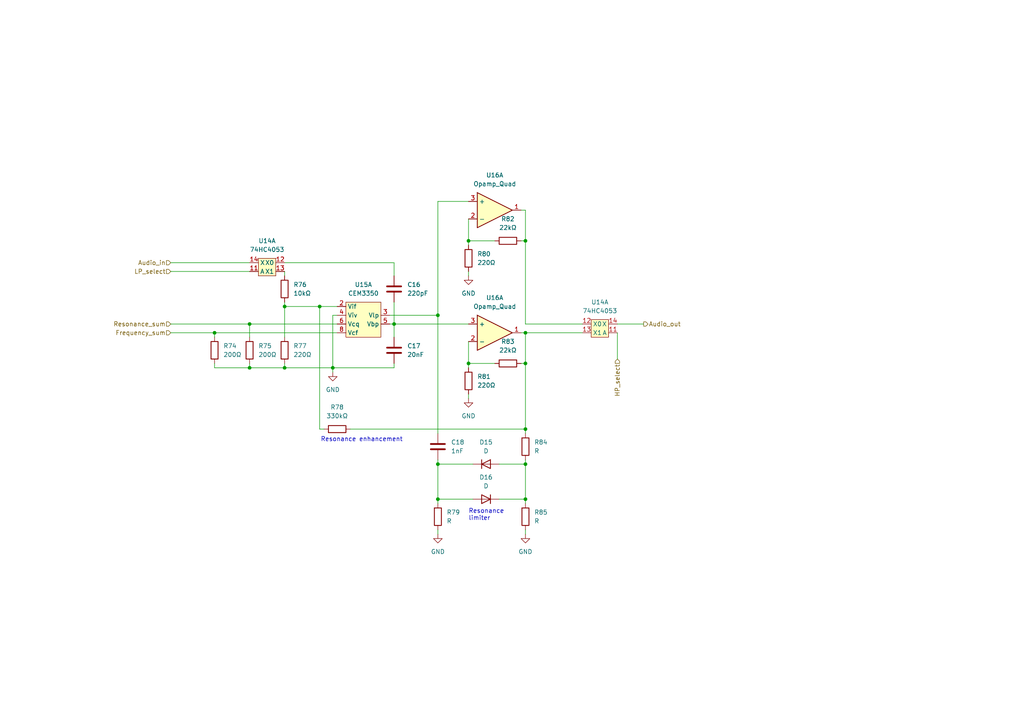
<source format=kicad_sch>
(kicad_sch (version 20210621) (generator eeschema)
  (paper "A4")
  (lib_symbols
    (symbol "Device:C" (pin_numbers hide) (pin_names (offset 0.254))
      (property "Reference" "C" (at 0.635 2.54 0))
      (property "Value" "C" (at 0.635 -2.54 0))
      (symbol "C_0_1"
        (polyline (pts (xy -2.032 -0.762) (xy 2.032 -0.762)) (stroke (width 0.508)))
        (polyline (pts (xy -2.032 0.762) (xy 2.032 0.762)) (stroke (width 0.508)))
      )
      (symbol "C_1_1"
        (pin passive line (at 0 3.81 270) (length 2.794) (name "~") (number "1"))
        (pin passive line (at 0 -3.81 90) (length 2.794) (name "~") (number "2"))
      )
    )
    (symbol "Device:D" (pin_numbers hide) (pin_names (offset 1.016) hide)
      (property "Reference" "D" (at 0 2.54 0))
      (property "Value" "D" (at 0 -2.54 0))
      (symbol "D_0_1"
        (polyline (pts (xy -1.27 1.27) (xy -1.27 -1.27)) (stroke (width 0.254)))
        (polyline (pts (xy 1.27 0) (xy -1.27 0)))
        (polyline (pts (xy 1.27 1.27) (xy 1.27 -1.27) (xy -1.27 0) (xy 1.27 1.27)) (stroke (width 0.254)))
      )
      (symbol "D_1_1"
        (pin passive line (at -3.81 0 0) (length 2.54) (name "K") (number "1"))
        (pin passive line (at 3.81 0 180) (length 2.54) (name "A") (number "2"))
      )
    )
    (symbol "Device:Opamp_Quad"
      (property "Reference" "U" (at 0 5.08 0))
      (property "Value" "Opamp_Quad" (at 0 -5.08 0))
      (symbol "Opamp_Quad_1_1"
        (polyline (pts (xy -5.08 5.08) (xy 5.08 0) (xy -5.08 -5.08) (xy -5.08 5.08)) (stroke (width 0.254)) (fill (type background)))
        (pin output line (at 7.62 0 180) (length 2.54) (name "~") (number "1"))
        (pin input line (at -7.62 -2.54 0) (length 2.54) (name "-") (number "2"))
        (pin input line (at -7.62 2.54 0) (length 2.54) (name "+") (number "3"))
      )
      (symbol "Opamp_Quad_2_1"
        (polyline (pts (xy -5.08 5.08) (xy 5.08 0) (xy -5.08 -5.08) (xy -5.08 5.08)) (stroke (width 0.254)) (fill (type background)))
        (pin input line (at -7.62 2.54 0) (length 2.54) (name "+") (number "5"))
        (pin input line (at -7.62 -2.54 0) (length 2.54) (name "-") (number "6"))
        (pin output line (at 7.62 0 180) (length 2.54) (name "~") (number "7"))
      )
      (symbol "Opamp_Quad_3_1"
        (polyline (pts (xy -5.08 5.08) (xy 5.08 0) (xy -5.08 -5.08) (xy -5.08 5.08)) (stroke (width 0.254)) (fill (type background)))
        (pin input line (at -7.62 2.54 0) (length 2.54) (name "+") (number "10"))
        (pin output line (at 7.62 0 180) (length 2.54) (name "~") (number "8"))
        (pin input line (at -7.62 -2.54 0) (length 2.54) (name "-") (number "9"))
      )
      (symbol "Opamp_Quad_4_1"
        (polyline (pts (xy -5.08 5.08) (xy 5.08 0) (xy -5.08 -5.08) (xy -5.08 5.08)) (stroke (width 0.254)) (fill (type background)))
        (pin input line (at -7.62 2.54 0) (length 2.54) (name "+") (number "12"))
        (pin input line (at -7.62 -2.54 0) (length 2.54) (name "-") (number "13"))
        (pin output line (at 7.62 0 180) (length 2.54) (name "~") (number "14"))
      )
      (symbol "Opamp_Quad_5_1"
        (pin power_in line (at -2.54 -7.62 90) (length 3.81) (name "V-") (number "11"))
        (pin power_in line (at -2.54 7.62 270) (length 3.81) (name "V+") (number "4"))
      )
    )
    (symbol "Device:R" (pin_numbers hide) (pin_names (offset 0))
      (property "Reference" "R" (at 2.032 0 90))
      (property "Value" "R" (at 0 0 90))
      (symbol "R_0_1"
        (rectangle (start -1.016 -2.54) (end 1.016 2.54) (stroke (width 0.254)))
      )
      (symbol "R_1_1"
        (pin passive line (at 0 3.81 270) (length 1.27) (name "~") (number "1"))
        (pin passive line (at 0 -3.81 90) (length 1.27) (name "~") (number "2"))
      )
    )
    (symbol "Modular_Mayhem:74HC4053"
      (property "Reference" "U" (at -6.35 6.35 0))
      (property "Value" "74HC4053" (at -10.16 3.81 0))
      (symbol "74HC4053_1_1"
        (rectangle (start -2.54 2.54) (end 2.54 -2.54) (stroke (width 0.1524)) (fill (type background)))
        (pin input line (at 5.08 -1.27 180) (length 2.54) (name "A") (number "11"))
        (pin bidirectional line (at -5.08 1.27 0) (length 2.54) (name "X0") (number "12"))
        (pin bidirectional line (at -5.08 -1.27 0) (length 2.54) (name "X1") (number "13"))
        (pin bidirectional line (at 5.08 1.27 180) (length 2.54) (name "X") (number "14"))
      )
      (symbol "74HC4053_2_1"
        (rectangle (start -2.54 2.54) (end 2.54 -2.54) (stroke (width 0.1524)) (fill (type background)))
        (pin bidirectional line (at -5.08 -1.27 0) (length 2.54) (name "Y1") (number "1"))
        (pin input line (at 5.08 -1.27 180) (length 2.54) (name "B") (number "10"))
        (pin bidirectional line (at 5.08 1.27 180) (length 2.54) (name "Y") (number "15"))
        (pin bidirectional line (at -5.08 1.27 0) (length 2.54) (name "Y0") (number "2"))
      )
      (symbol "74HC4053_3_1"
        (rectangle (start -2.54 2.54) (end 2.54 -2.54) (stroke (width 0.1524)) (fill (type background)))
        (pin bidirectional line (at -5.08 -1.27 0) (length 2.54) (name "Z1") (number "3"))
        (pin bidirectional line (at 5.08 1.27 180) (length 2.54) (name "Z") (number "4"))
        (pin bidirectional line (at -5.08 1.27 0) (length 2.54) (name "Z0") (number "5"))
        (pin input line (at 5.08 -1.27 180) (length 2.54) (name "C") (number "9"))
      )
      (symbol "74HC4053_4_1"
        (rectangle (start -3.81 5.08) (end 3.81 -5.08) (stroke (width 0.1524)) (fill (type background)))
        (pin power_in line (at 0 7.62 270) (length 2.54) (name "Vcc") (number "16"))
        (pin input line (at -6.35 0 0) (length 2.54) (name "~{E}") (number "6"))
        (pin power_in line (at 1.27 -7.62 90) (length 2.54) (name "Vee") (number "7"))
        (pin power_in line (at -1.27 -7.62 90) (length 2.54) (name "GND") (number "8"))
      )
    )
    (symbol "Modular_Mayhem:CEM3350"
      (property "Reference" "U" (at -6.35 6.35 0))
      (property "Value" "CEM3350" (at 7.62 6.35 0))
      (symbol "CEM3350_0_1"
        (rectangle (start -5.08 5.08) (end 5.08 -5.08) (stroke (width 0.1524)) (fill (type background)))
      )
      (symbol "CEM3350_1_1"
        (pin input line (at -7.62 3.81 0) (length 2.54) (name "Vif") (number "2"))
        (pin bidirectional line (at 7.62 1.27 180) (length 2.54) (name "Vlp") (number "3"))
        (pin input line (at -7.62 1.27 0) (length 2.54) (name "Viv") (number "4"))
        (pin bidirectional line (at 7.62 -1.27 180) (length 2.54) (name "Vbp") (number "5"))
        (pin input line (at -7.62 -1.27 0) (length 2.54) (name "Vcq") (number "6"))
        (pin input line (at -7.62 -3.81 0) (length 2.54) (name "Vcf") (number "8"))
      )
      (symbol "CEM3350_2_1"
        (pin input line (at -7.62 -3.81 0) (length 2.54) (name "Vcf") (number "10"))
        (pin input line (at -7.62 -1.27 0) (length 2.54) (name "Vcq") (number "11"))
        (pin input line (at -7.62 3.81 0) (length 2.54) (name "Vif") (number "12"))
        (pin bidirectional line (at 7.62 1.27 180) (length 2.54) (name "Vlp") (number "13"))
        (pin input line (at -7.62 1.27 0) (length 2.54) (name "Viv") (number "14"))
        (pin bidirectional line (at 7.62 -1.27 180) (length 2.54) (name "Vbp") (number "15"))
      )
      (symbol "CEM3350_3_1"
        (pin input line (at -2.54 7.62 270) (length 2.54) (name "Iref") (number "1"))
        (pin input line (at 2.54 7.62 270) (length 2.54) (name "Vcc") (number "16"))
        (pin input line (at 2.54 -7.62 90) (length 2.54) (name "Vee") (number "7"))
        (pin input line (at -2.54 -7.62 90) (length 2.54) (name "GND") (number "9"))
      )
    )
    (symbol "power:GND" (power) (pin_names (offset 0))
      (property "Value" "GND" (at 0 -3.81 0))
      (symbol "GND_0_1"
        (polyline (pts (xy 0 0) (xy 0 -1.27) (xy 1.27 -1.27) (xy 0 -2.54) (xy -1.27 -1.27) (xy 0 -1.27)))
      )
      (symbol "GND_1_1"
        (pin power_in line (at 0 0 270) (length 0) hide (name "GND") (number "1"))
      )
    )
  )
  (junction (at 127 91.44))
  (junction (at 62.23 96.52))
  (junction (at 152.4 134.62))
  (junction (at 72.39 106.68))
  (junction (at 82.55 106.68))
  (junction (at 152.4 144.78))
  (junction (at 152.4 124.46))
  (junction (at 114.3 93.98))
  (junction (at 127 144.78))
  (junction (at 92.71 88.9))
  (junction (at 152.4 105.41))
  (junction (at 96.52 106.68))
  (junction (at 152.4 69.85))
  (junction (at 82.55 88.9))
  (junction (at 72.39 93.98))
  (junction (at 152.4 96.52))
  (junction (at 135.89 105.41))
  (junction (at 127 134.62))
  (junction (at 135.89 69.85))
  (wire (pts (xy 127 144.78) (xy 127 146.05)))
  (wire (pts (xy 114.3 93.98) (xy 114.3 97.79)))
  (wire (pts (xy 135.89 63.5) (xy 135.89 69.85)))
  (wire (pts (xy 127 91.44) (xy 127 58.42)))
  (wire (pts (xy 113.03 93.98) (xy 114.3 93.98)))
  (wire (pts (xy 152.4 153.67) (xy 152.4 154.94)))
  (wire (pts (xy 135.89 99.06) (xy 135.89 105.41)))
  (wire (pts (xy 135.89 105.41) (xy 135.89 106.68)))
  (wire (pts (xy 96.52 106.68) (xy 96.52 107.95)))
  (wire (pts (xy 72.39 106.68) (xy 82.55 106.68)))
  (wire (pts (xy 152.4 124.46) (xy 152.4 125.73)))
  (wire (pts (xy 93.98 124.46) (xy 92.71 124.46)))
  (wire (pts (xy 114.3 105.41) (xy 114.3 106.68)))
  (wire (pts (xy 135.89 105.41) (xy 143.51 105.41)))
  (wire (pts (xy 127 91.44) (xy 127 125.73)))
  (wire (pts (xy 92.71 88.9) (xy 92.71 124.46)))
  (wire (pts (xy 135.89 69.85) (xy 135.89 71.12)))
  (wire (pts (xy 49.53 93.98) (xy 72.39 93.98)))
  (wire (pts (xy 72.39 105.41) (xy 72.39 106.68)))
  (wire (pts (xy 152.4 144.78) (xy 152.4 146.05)))
  (wire (pts (xy 151.13 60.96) (xy 152.4 60.96)))
  (wire (pts (xy 144.78 134.62) (xy 152.4 134.62)))
  (wire (pts (xy 127 134.62) (xy 127 144.78)))
  (wire (pts (xy 135.89 78.74) (xy 135.89 80.01)))
  (wire (pts (xy 152.4 124.46) (xy 152.4 105.41)))
  (wire (pts (xy 152.4 105.41) (xy 151.13 105.41)))
  (wire (pts (xy 82.55 105.41) (xy 82.55 106.68)))
  (wire (pts (xy 82.55 76.2) (xy 114.3 76.2)))
  (wire (pts (xy 114.3 76.2) (xy 114.3 80.01)))
  (wire (pts (xy 127 58.42) (xy 135.89 58.42)))
  (wire (pts (xy 152.4 60.96) (xy 152.4 69.85)))
  (wire (pts (xy 82.55 87.63) (xy 82.55 88.9)))
  (wire (pts (xy 152.4 96.52) (xy 168.91 96.52)))
  (wire (pts (xy 82.55 106.68) (xy 96.52 106.68)))
  (wire (pts (xy 49.53 96.52) (xy 62.23 96.52)))
  (wire (pts (xy 49.53 76.2) (xy 72.39 76.2)))
  (wire (pts (xy 127 134.62) (xy 137.16 134.62)))
  (wire (pts (xy 135.89 114.3) (xy 135.89 115.57)))
  (wire (pts (xy 152.4 69.85) (xy 151.13 69.85)))
  (wire (pts (xy 152.4 134.62) (xy 152.4 144.78)))
  (wire (pts (xy 82.55 88.9) (xy 82.55 97.79)))
  (wire (pts (xy 96.52 91.44) (xy 96.52 106.68)))
  (wire (pts (xy 152.4 133.35) (xy 152.4 134.62)))
  (wire (pts (xy 97.79 96.52) (xy 62.23 96.52)))
  (wire (pts (xy 62.23 106.68) (xy 72.39 106.68)))
  (wire (pts (xy 127 144.78) (xy 137.16 144.78)))
  (wire (pts (xy 62.23 105.41) (xy 62.23 106.68)))
  (wire (pts (xy 97.79 91.44) (xy 96.52 91.44)))
  (wire (pts (xy 127 133.35) (xy 127 134.62)))
  (wire (pts (xy 152.4 96.52) (xy 151.13 96.52)))
  (wire (pts (xy 152.4 96.52) (xy 152.4 105.41)))
  (wire (pts (xy 144.78 144.78) (xy 152.4 144.78)))
  (wire (pts (xy 113.03 91.44) (xy 127 91.44)))
  (wire (pts (xy 135.89 69.85) (xy 143.51 69.85)))
  (wire (pts (xy 82.55 88.9) (xy 92.71 88.9)))
  (wire (pts (xy 92.71 88.9) (xy 97.79 88.9)))
  (wire (pts (xy 152.4 93.98) (xy 168.91 93.98)))
  (wire (pts (xy 152.4 69.85) (xy 152.4 93.98)))
  (wire (pts (xy 179.07 93.98) (xy 186.69 93.98)))
  (wire (pts (xy 114.3 87.63) (xy 114.3 93.98)))
  (wire (pts (xy 114.3 106.68) (xy 96.52 106.68)))
  (wire (pts (xy 72.39 93.98) (xy 97.79 93.98)))
  (wire (pts (xy 114.3 93.98) (xy 135.89 93.98)))
  (wire (pts (xy 179.07 96.52) (xy 179.07 104.14)))
  (wire (pts (xy 62.23 96.52) (xy 62.23 97.79)))
  (wire (pts (xy 72.39 93.98) (xy 72.39 97.79)))
  (wire (pts (xy 82.55 78.74) (xy 82.55 80.01)))
  (wire (pts (xy 49.53 78.74) (xy 72.39 78.74)))
  (wire (pts (xy 101.6 124.46) (xy 152.4 124.46)))
  (wire (pts (xy 127 153.67) (xy 127 154.94)))
  (text "Resonance\nlimiter" (at 135.89 151.13 0) (effects (font (size 1.27 1.27)) (justify left bottom)))
  (text "Resonance enhancement" (at 116.84 128.27 180) (effects (font (size 1.27 1.27)) (justify right bottom)))
  (hierarchical_label "Resonance_sum" (shape input) (at 49.53 93.98 180))
  (hierarchical_label "LP_select" (shape input) (at 49.53 78.74 180))
  (hierarchical_label "Audio_out" (shape output) (at 186.69 93.98 0))
  (hierarchical_label "Frequency_sum" (shape input) (at 49.53 96.52 180))
  (hierarchical_label "Audio_in" (shape input) (at 49.53 76.2 180))
  (hierarchical_label "HP_select" (shape input) (at 179.07 104.14 270))
  (symbol (lib_id "Device:R") (at 82.55 101.6 0)
    (property "Reference" "R77" (at 85.09 100.3299 0) (effects (justify left)))
    (property "Value" "220Ω" (at 85.09 102.8699 0) (effects (justify left)))
  )
  (symbol (lib_id "Device:C") (at 127 129.54 180)
    (property "Reference" "C18" (at 130.81 128.2699 0) (effects (justify right)))
    (property "Value" "1nF" (at 130.81 130.8099 0) (effects (justify right)))
  )
  (symbol (lib_id "power:GND") (at 127 154.94 0)
    (property "Reference" "#PWR035" (effects hide))
    (property "Value" "GND" (at 127 160.02 0))
  )
  (symbol (lib_id "Modular_Mayhem:74HC4053") (at 173.99 95.25 0)
    (property "Reference" "U14" (at 173.99 87.63 0))
    (property "Value" "74HC4053" (at 173.99 90.17 0))
  )
  (symbol (lib_id "Device:R") (at 82.55 83.82 0)
    (property "Reference" "R76" (at 85.09 82.5499 0) (effects (justify left)))
    (property "Value" "10kΩ" (at 85.09 85.0899 0) (effects (justify left)))
  )
  (symbol (lib_id "Device:R") (at 152.4 149.86 0)
    (property "Reference" "R85" (at 154.94 148.5899 0) (effects (justify left)))
    (property "Value" "R" (at 154.94 151.1299 0) (effects (justify left)))
  )
  (symbol (lib_id "Device:Opamp_Quad") (at 143.51 60.96 0)
    (property "Reference" "U16" (at 143.51 50.8 0))
    (property "Value" "Opamp_Quad" (at 143.51 53.34 0))
  )
  (symbol (lib_id "Device:R") (at 72.39 101.6 0)
    (property "Reference" "R75" (at 74.93 100.3299 0) (effects (justify left)))
    (property "Value" "200Ω" (at 74.93 102.8699 0) (effects (justify left)))
  )
  (symbol (lib_id "Device:Opamp_Quad") (at 143.51 96.52 0)
    (property "Reference" "U16" (at 143.51 86.36 0))
    (property "Value" "Opamp_Quad" (at 143.51 88.9 0))
  )
  (symbol (lib_id "Device:R") (at 147.32 69.85 90)
    (property "Reference" "R82" (at 147.32 63.5 90))
    (property "Value" "22kΩ" (at 147.32 66.04 90))
  )
  (symbol (lib_id "Device:C") (at 114.3 83.82 0)
    (property "Reference" "C16" (at 118.11 82.5499 0) (effects (justify left)))
    (property "Value" "220pF" (at 118.11 85.0899 0) (effects (justify left)))
  )
  (symbol (lib_id "Device:C") (at 114.3 101.6 0)
    (property "Reference" "C17" (at 118.11 100.3299 0) (effects (justify left)))
    (property "Value" "20nF" (at 118.11 102.8699 0) (effects (justify left)))
  )
  (symbol (lib_id "Device:R") (at 135.89 110.49 0)
    (property "Reference" "R81" (at 138.43 109.2199 0) (effects (justify left)))
    (property "Value" "220Ω" (at 138.43 111.7599 0) (effects (justify left)))
  )
  (symbol (lib_id "power:GND") (at 135.89 80.01 0)
    (property "Reference" "#PWR036" (effects hide))
    (property "Value" "GND" (at 135.89 85.09 0))
  )
  (symbol (lib_id "Modular_Mayhem:74HC4053") (at 77.47 77.47 0) (mirror y)
    (property "Reference" "U14" (at 77.47 69.85 0))
    (property "Value" "74HC4053" (at 77.47 72.39 0))
  )
  (symbol (lib_id "Device:R") (at 127 149.86 0)
    (property "Reference" "R79" (at 129.54 148.5899 0) (effects (justify left)))
    (property "Value" "R" (at 129.54 151.1299 0) (effects (justify left)))
  )
  (symbol (lib_id "Device:R") (at 152.4 129.54 180)
    (property "Reference" "R84" (at 154.94 128.2699 0) (effects (justify right)))
    (property "Value" "R" (at 154.94 130.8099 0) (effects (justify right)))
  )
  (symbol (lib_id "Device:R") (at 97.79 124.46 90)
    (property "Reference" "R78" (at 97.79 118.11 90))
    (property "Value" "330kΩ" (at 97.79 120.65 90))
  )
  (symbol (lib_id "Device:R") (at 135.89 74.93 0)
    (property "Reference" "R80" (at 138.43 73.6599 0) (effects (justify left)))
    (property "Value" "220Ω" (at 138.43 76.1999 0) (effects (justify left)))
  )
  (symbol (lib_id "Device:R") (at 147.32 105.41 90)
    (property "Reference" "R83" (at 147.32 99.06 90))
    (property "Value" "22kΩ" (at 147.32 101.6 90))
  )
  (symbol (lib_id "Device:R") (at 62.23 101.6 0)
    (property "Reference" "R74" (at 64.77 100.3299 0) (effects (justify left)))
    (property "Value" "200Ω" (at 64.77 102.8699 0) (effects (justify left)))
  )
  (symbol (lib_id "Device:D") (at 140.97 134.62 0)
    (property "Reference" "D15" (at 140.97 128.27 0))
    (property "Value" "D" (at 140.97 130.81 0))
  )
  (symbol (lib_id "power:GND") (at 96.52 107.95 0)
    (property "Reference" "#PWR034" (effects hide))
    (property "Value" "GND" (at 96.52 113.03 0))
  )
  (symbol (lib_id "power:GND") (at 135.89 115.57 0)
    (property "Reference" "#PWR037" (effects hide))
    (property "Value" "GND" (at 135.89 120.65 0))
  )
  (symbol (lib_id "Device:D") (at 140.97 144.78 180)
    (property "Reference" "D16" (at 140.97 138.43 0))
    (property "Value" "D" (at 140.97 140.97 0))
  )
  (symbol (lib_id "Modular_Mayhem:CEM3350") (at 105.41 92.71 0)
    (property "Reference" "U15" (at 105.41 82.55 0))
    (property "Value" "CEM3350" (at 105.41 85.09 0))
  )
  (symbol (lib_id "power:GND") (at 152.4 154.94 0)
    (property "Reference" "#PWR038" (effects hide))
    (property "Value" "GND" (at 152.4 160.02 0))
  )
)
</source>
